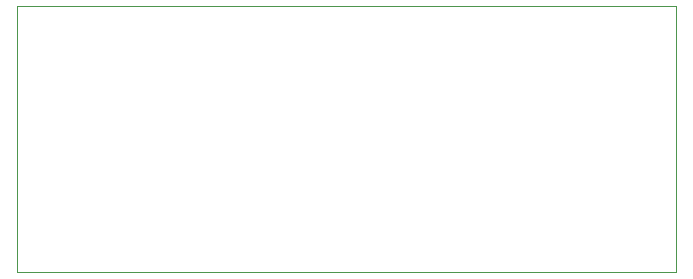
<source format=gbr>
G75*
%MOIN*%
%OFA0B0*%
%FSLAX24Y24*%
%IPPOS*%
%LPD*%
%AMOC8*
5,1,8,0,0,1.08239X$1,22.5*
%
%ADD10C,0.0000*%
D10*
X000850Y000350D02*
X000850Y009220D01*
X022842Y009220D01*
X022842Y000350D01*
X000850Y000350D01*
M02*

</source>
